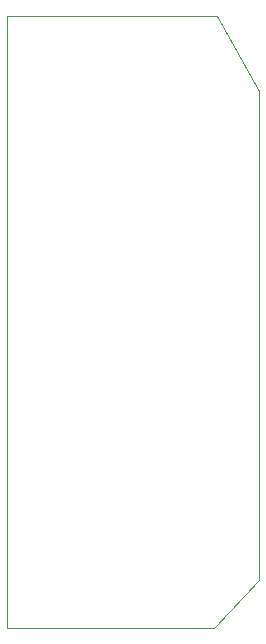
<source format=gm1>
G04 #@! TF.GenerationSoftware,KiCad,Pcbnew,(6.0.4)*
G04 #@! TF.CreationDate,2022-12-30T23:34:26-05:00*
G04 #@! TF.ProjectId,tms7000 n2l adapter,746d7337-3030-4302-906e-326c20616461,rev?*
G04 #@! TF.SameCoordinates,Original*
G04 #@! TF.FileFunction,Profile,NP*
%FSLAX46Y46*%
G04 Gerber Fmt 4.6, Leading zero omitted, Abs format (unit mm)*
G04 Created by KiCad (PCBNEW (6.0.4)) date 2022-12-30 23:34:26*
%MOMM*%
%LPD*%
G01*
G04 APERTURE LIST*
G04 #@! TA.AperFunction,Profile*
%ADD10C,0.100000*%
G04 #@! TD*
G04 APERTURE END LIST*
D10*
X135636000Y-95250000D02*
X135636000Y-96520000D01*
X114300000Y-102870000D02*
X114300000Y-51054000D01*
X135636000Y-98806000D02*
X131826000Y-102870000D01*
X114300000Y-51054000D02*
X132080000Y-51054000D01*
X131826000Y-102870000D02*
X114300000Y-102870000D01*
X135636000Y-60198000D02*
X135636000Y-95250000D01*
X135636000Y-57404000D02*
X135636000Y-60198000D01*
X135636000Y-96520000D02*
X135636000Y-98806000D01*
X132080000Y-51054000D02*
X135636000Y-57404000D01*
M02*

</source>
